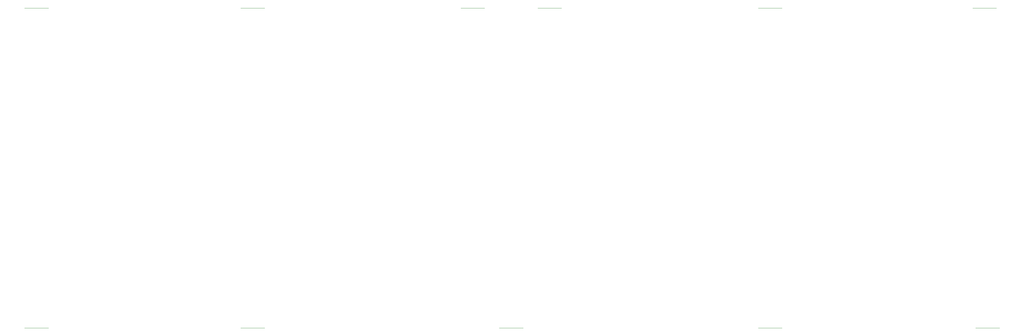
<source format=gbr>
%FSTAX23Y23*%
%MOIN*%
%SFA1B1*%

%IPPOS*%
%ADD144C,0.002953*%
%LNquadcube_65_pcb_mechanical_12-1*%
%LPD*%
G54D144*
X04852Y08936D02*
X05128D01*
X07352D02*
X07628D01*
X13337Y05236D02*
X13613D01*
X09897Y08936D02*
X10173D01*
X04852Y05236D02*
X05128D01*
X13337Y08936D02*
X13613D01*
X15817D02*
X16093D01*
X07352Y05236D02*
X07628D01*
X10342D02*
X10618D01*
X10787Y08936D02*
X11063D01*
X15852Y05236D02*
X16128D01*
M02*
</source>
